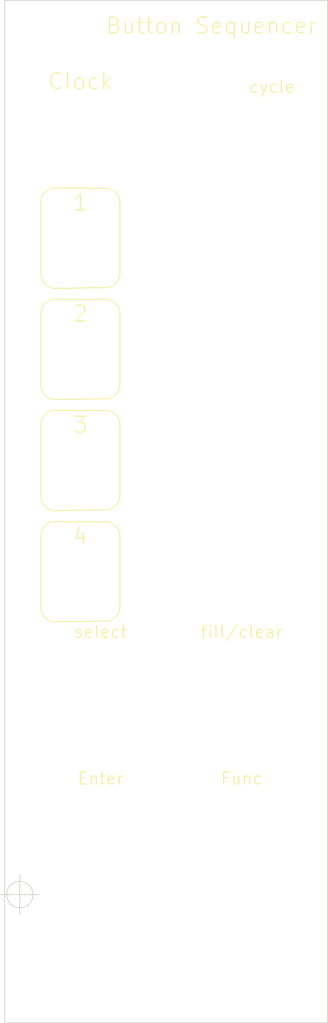
<source format=kicad_pcb>
(kicad_pcb (version 20171130) (host pcbnew "(5.1.8-0-10_14)")

  (general
    (thickness 1.6)
    (drawings 8)
    (tracks 0)
    (zones 0)
    (modules 21)
    (nets 1)
  )

  (page A4)
  (layers
    (0 F.Cu signal)
    (31 B.Cu signal)
    (32 B.Adhes user)
    (33 F.Adhes user)
    (34 B.Paste user)
    (35 F.Paste user)
    (36 B.SilkS user)
    (37 F.SilkS user)
    (38 B.Mask user)
    (39 F.Mask user)
    (40 Dwgs.User user)
    (41 Cmts.User user)
    (42 Eco1.User user)
    (43 Eco2.User user)
    (44 Edge.Cuts user)
    (45 Margin user)
    (46 B.CrtYd user)
    (47 F.CrtYd user)
    (48 B.Fab user)
    (49 F.Fab user)
  )

  (setup
    (last_trace_width 0.25)
    (user_trace_width 0.5)
    (user_trace_width 0.5)
    (user_trace_width 0.5)
    (trace_clearance 0.2)
    (zone_clearance 0.508)
    (zone_45_only no)
    (trace_min 0.2)
    (via_size 0.8)
    (via_drill 0.4)
    (via_min_size 0.4)
    (via_min_drill 0.3)
    (uvia_size 0.3)
    (uvia_drill 0.1)
    (uvias_allowed no)
    (uvia_min_size 0.2)
    (uvia_min_drill 0.1)
    (edge_width 0.1)
    (segment_width 0.2)
    (pcb_text_width 0.3)
    (pcb_text_size 1.5 1.5)
    (mod_edge_width 0.15)
    (mod_text_size 1 1)
    (mod_text_width 0.15)
    (pad_size 1.524 1.524)
    (pad_drill 0.762)
    (pad_to_mask_clearance 0)
    (aux_axis_origin 83.82 134.62)
    (grid_origin 83.82 134.62)
    (visible_elements FFFFFF7F)
    (pcbplotparams
      (layerselection 0x010fc_ffffffff)
      (usegerberextensions false)
      (usegerberattributes true)
      (usegerberadvancedattributes true)
      (creategerberjobfile true)
      (excludeedgelayer true)
      (linewidth 0.100000)
      (plotframeref false)
      (viasonmask false)
      (mode 1)
      (useauxorigin false)
      (hpglpennumber 1)
      (hpglpenspeed 20)
      (hpglpendiameter 15.000000)
      (psnegative false)
      (psa4output false)
      (plotreference true)
      (plotvalue true)
      (plotinvisibletext false)
      (padsonsilk false)
      (subtractmaskfromsilk false)
      (outputformat 1)
      (mirror false)
      (drillshape 1)
      (scaleselection 1)
      (outputdirectory ""))
  )

  (net 0 "")

  (net_class Default "これはデフォルトのネット クラスです。"
    (clearance 0.2)
    (trace_width 0.25)
    (via_dia 0.8)
    (via_drill 0.4)
    (uvia_dia 0.3)
    (uvia_drill 0.1)
  )

  (module MountingHole:MountingHole_4mm (layer F.Cu) (tedit 56D1B4CB) (tstamp 622BB017)
    (at 115.57 95.25)
    (descr "Mounting Hole 4mm, no annular")
    (tags "mounting hole 4mm no annular")
    (attr virtual)
    (fp_text reference REF** (at 0 -5) (layer F.SilkS) hide
      (effects (font (size 1 1) (thickness 0.15)))
    )
    (fp_text value MountingHole_4mm (at 0 5) (layer F.Fab) hide
      (effects (font (size 1 1) (thickness 0.15)))
    )
    (fp_circle (center 0 0) (end 4.25 0) (layer F.CrtYd) (width 0.05))
    (fp_circle (center 0 0) (end 4 0) (layer Cmts.User) (width 0.15))
    (fp_text user %R (at 0.3 0) (layer F.Fab) hide
      (effects (font (size 1 1) (thickness 0.15)))
    )
    (pad 1 np_thru_hole circle (at 0 0) (size 4 4) (drill 4) (layers *.Cu *.Mask))
  )

  (module MountingHole:MountingHole_4mm (layer F.Cu) (tedit 56D1B4CB) (tstamp 622BAFAD)
    (at 102.87 95.25)
    (descr "Mounting Hole 4mm, no annular")
    (tags "mounting hole 4mm no annular")
    (attr virtual)
    (fp_text reference REF** (at 0 -5) (layer F.SilkS) hide
      (effects (font (size 1 1) (thickness 0.15)))
    )
    (fp_text value MountingHole_4mm (at 0 5) (layer F.Fab) hide
      (effects (font (size 1 1) (thickness 0.15)))
    )
    (fp_circle (center 0 0) (end 4.25 0) (layer F.CrtYd) (width 0.05))
    (fp_circle (center 0 0) (end 4 0) (layer Cmts.User) (width 0.15))
    (fp_text user %R (at 0.3 0) (layer F.Fab) hide
      (effects (font (size 1 1) (thickness 0.15)))
    )
    (pad 1 np_thru_hole circle (at 0 0) (size 4 4) (drill 4) (layers *.Cu *.Mask))
  )

  (module MountingHole:MountingHole_4mm (layer F.Cu) (tedit 56D1B4CB) (tstamp 622BAF55)
    (at 115.57 81.28)
    (descr "Mounting Hole 4mm, no annular")
    (tags "mounting hole 4mm no annular")
    (attr virtual)
    (fp_text reference REF** (at 0 -5) (layer F.SilkS) hide
      (effects (font (size 1 1) (thickness 0.15)))
    )
    (fp_text value MountingHole_4mm (at 0 5) (layer F.Fab) hide
      (effects (font (size 1 1) (thickness 0.15)))
    )
    (fp_circle (center 0 0) (end 4.25 0) (layer F.CrtYd) (width 0.05))
    (fp_circle (center 0 0) (end 4 0) (layer Cmts.User) (width 0.15))
    (fp_text user %R (at 0.3 0) (layer F.Fab) hide
      (effects (font (size 1 1) (thickness 0.15)))
    )
    (pad 1 np_thru_hole circle (at 0 0) (size 4 4) (drill 4) (layers *.Cu *.Mask))
  )

  (module MountingHole:MountingHole_4mm (layer F.Cu) (tedit 56D1B4CB) (tstamp 622BAED0)
    (at 102.87 81.28)
    (descr "Mounting Hole 4mm, no annular")
    (tags "mounting hole 4mm no annular")
    (attr virtual)
    (fp_text reference REF** (at 0 -5) (layer F.SilkS) hide
      (effects (font (size 1 1) (thickness 0.15)))
    )
    (fp_text value MountingHole_4mm (at 0 5) (layer F.Fab) hide
      (effects (font (size 1 1) (thickness 0.15)))
    )
    (fp_circle (center 0 0) (end 4.25 0) (layer F.CrtYd) (width 0.05))
    (fp_circle (center 0 0) (end 4 0) (layer Cmts.User) (width 0.15))
    (fp_text user %R (at 0.3 0) (layer F.Fab) hide
      (effects (font (size 1 1) (thickness 0.15)))
    )
    (pad 1 np_thru_hole circle (at 0 0) (size 4 4) (drill 4) (layers *.Cu *.Mask))
  )

  (module MountingHole:MountingHole_4mm (layer F.Cu) (tedit 56D1B4CB) (tstamp 622BAE66)
    (at 115.57 67.31)
    (descr "Mounting Hole 4mm, no annular")
    (tags "mounting hole 4mm no annular")
    (attr virtual)
    (fp_text reference REF** (at 0 -5) (layer F.SilkS) hide
      (effects (font (size 1 1) (thickness 0.15)))
    )
    (fp_text value MountingHole_4mm (at 0 5) (layer F.Fab) hide
      (effects (font (size 1 1) (thickness 0.15)))
    )
    (fp_circle (center 0 0) (end 4.25 0) (layer F.CrtYd) (width 0.05))
    (fp_circle (center 0 0) (end 4 0) (layer Cmts.User) (width 0.15))
    (fp_text user %R (at 0.3 0) (layer F.Fab) hide
      (effects (font (size 1 1) (thickness 0.15)))
    )
    (pad 1 np_thru_hole circle (at 0 0) (size 4 4) (drill 4) (layers *.Cu *.Mask))
  )

  (module MountingHole:MountingHole_4mm (layer F.Cu) (tedit 56D1B4CB) (tstamp 622BADFC)
    (at 102.87 67.31)
    (descr "Mounting Hole 4mm, no annular")
    (tags "mounting hole 4mm no annular")
    (attr virtual)
    (fp_text reference REF** (at 0 -5) (layer F.SilkS) hide
      (effects (font (size 1 1) (thickness 0.15)))
    )
    (fp_text value MountingHole_4mm (at 0 5) (layer F.Fab) hide
      (effects (font (size 1 1) (thickness 0.15)))
    )
    (fp_circle (center 0 0) (end 4.25 0) (layer F.CrtYd) (width 0.05))
    (fp_circle (center 0 0) (end 4 0) (layer Cmts.User) (width 0.15))
    (fp_text user %R (at 0.3 0) (layer F.Fab) hide
      (effects (font (size 1 1) (thickness 0.15)))
    )
    (pad 1 np_thru_hole circle (at 0 0) (size 4 4) (drill 4) (layers *.Cu *.Mask))
  )

  (module MountingHole:MountingHole_4mm (layer F.Cu) (tedit 56D1B4CB) (tstamp 622BAD92)
    (at 115.57 53.34)
    (descr "Mounting Hole 4mm, no annular")
    (tags "mounting hole 4mm no annular")
    (attr virtual)
    (fp_text reference REF** (at 0 -5) (layer F.SilkS) hide
      (effects (font (size 1 1) (thickness 0.15)))
    )
    (fp_text value MountingHole_4mm (at 0 5) (layer F.Fab) hide
      (effects (font (size 1 1) (thickness 0.15)))
    )
    (fp_circle (center 0 0) (end 4.25 0) (layer F.CrtYd) (width 0.05))
    (fp_circle (center 0 0) (end 4 0) (layer Cmts.User) (width 0.15))
    (fp_text user %R (at 0.3 0) (layer F.Fab) hide
      (effects (font (size 1 1) (thickness 0.15)))
    )
    (pad 1 np_thru_hole circle (at 0 0) (size 4 4) (drill 4) (layers *.Cu *.Mask))
  )

  (module MountingHole:MountingHole_4mm (layer F.Cu) (tedit 56D1B4CB) (tstamp 622BAD0D)
    (at 102.87 53.34)
    (descr "Mounting Hole 4mm, no annular")
    (tags "mounting hole 4mm no annular")
    (attr virtual)
    (fp_text reference REF** (at 0 -5) (layer F.SilkS) hide
      (effects (font (size 1 1) (thickness 0.15)))
    )
    (fp_text value MountingHole_4mm (at 0 5) (layer F.Fab) hide
      (effects (font (size 1 1) (thickness 0.15)))
    )
    (fp_circle (center 0 0) (end 4.25 0) (layer F.CrtYd) (width 0.05))
    (fp_circle (center 0 0) (end 4 0) (layer Cmts.User) (width 0.15))
    (fp_text user %R (at 0.3 0) (layer F.Fab) hide
      (effects (font (size 1 1) (thickness 0.15)))
    )
    (pad 1 np_thru_hole circle (at 0 0) (size 4 4) (drill 4) (layers *.Cu *.Mask))
  )

  (module MountingHole:MountingHole_4mm (layer F.Cu) (tedit 56D1B4CB) (tstamp 622BACA3)
    (at 115.57 38.1)
    (descr "Mounting Hole 4mm, no annular")
    (tags "mounting hole 4mm no annular")
    (attr virtual)
    (fp_text reference cycle (at 0 -5) (layer F.SilkS)
      (effects (font (size 1.5 1.5) (thickness 0.15)))
    )
    (fp_text value MountingHole_4mm (at 0 5) (layer F.Fab) hide
      (effects (font (size 1 1) (thickness 0.15)))
    )
    (fp_circle (center 0 0) (end 4.25 0) (layer F.CrtYd) (width 0.05))
    (fp_circle (center 0 0) (end 4 0) (layer Cmts.User) (width 0.15))
    (fp_text user %R (at 0.3 0) (layer F.Fab) hide
      (effects (font (size 1 1) (thickness 0.15)))
    )
    (pad 1 np_thru_hole circle (at 0 0) (size 4 4) (drill 4) (layers *.Cu *.Mask))
  )

  (module MountingHole:MountingHole_4mm (layer F.Cu) (tedit 56D1B4CB) (tstamp 622BABED)
    (at 102.87 38.1)
    (descr "Mounting Hole 4mm, no annular")
    (tags "mounting hole 4mm no annular")
    (attr virtual)
    (fp_text reference REF** (at 0 -5) (layer F.SilkS) hide
      (effects (font (size 1 1) (thickness 0.15)))
    )
    (fp_text value MountingHole_4mm (at 0 5) (layer F.Fab) hide
      (effects (font (size 1 1) (thickness 0.15)))
    )
    (fp_circle (center 0 0) (end 4.25 0) (layer F.CrtYd) (width 0.05))
    (fp_circle (center 0 0) (end 4 0) (layer Cmts.User) (width 0.15))
    (fp_text user %R (at 0.3 0) (layer F.Fab) hide
      (effects (font (size 1 1) (thickness 0.15)))
    )
    (pad 1 np_thru_hole circle (at 0 0) (size 4 4) (drill 4) (layers *.Cu *.Mask))
  )

  (module Attenuverter:annotation_5.9mm_button (layer F.Cu) (tedit 622AA7A9) (tstamp 622BAAA7)
    (at 111.76 127)
    (fp_text reference Func (at 0 -6.985) (layer F.SilkS)
      (effects (font (size 1.5 1.5) (thickness 0.15)))
    )
    (fp_text value annotation_5.9mm_button (at 0 6.985) (layer F.Fab) hide
      (effects (font (size 1 1) (thickness 0.15)))
    )
    (fp_circle (center 0 0) (end 5.7 0) (layer Dwgs.User) (width 0.12))
    (pad "" np_thru_hole circle (at 0 0) (size 5.9 5.9) (drill 5.9) (layers *.Cu *.Mask))
  )

  (module Attenuverter:annotation_5.9mm_button (layer F.Cu) (tedit 622AA7A9) (tstamp 622BAA7E)
    (at 111.76 110.49)
    (fp_text reference fill/clear (at 0 -8.89) (layer F.SilkS)
      (effects (font (size 1.5 1.5) (thickness 0.15)))
    )
    (fp_text value annotation_5.9mm_button (at 0 6.985) (layer F.Fab) hide
      (effects (font (size 1 1) (thickness 0.15)))
    )
    (fp_circle (center 0 0) (end 5.7 0) (layer Dwgs.User) (width 0.12))
    (pad "" np_thru_hole circle (at 0 0) (size 5.9 5.9) (drill 5.9) (layers *.Cu *.Mask))
  )

  (module Attenuverter:annotation_3.5mm_jack_in (layer F.Cu) (tedit 6226F220) (tstamp 622BAA44)
    (at 91.44 38.1)
    (fp_text reference Clock (at 0 -5.715) (layer F.SilkS)
      (effects (font (size 2 2) (thickness 0.15)))
    )
    (fp_text value annotation_3.5mm_jack_in (at 0 6.35) (layer F.Fab) hide
      (effects (font (size 1 1) (thickness 0.15)))
    )
    (fp_circle (center 0 0) (end 4 0) (layer Dwgs.User) (width 0.12))
    (fp_text user %R (at 0.3 0) (layer F.Fab) hide
      (effects (font (size 1 1) (thickness 0.15)))
    )
    (pad 1 np_thru_hole circle (at 0 0) (size 6 6) (drill 6) (layers *.Cu *.Mask))
  )

  (module MountingHole:MountingHole_3.2mm_M3 (layer F.Cu) (tedit 56D1B4CB) (tstamp 622B49B2)
    (at 117.475 146.685)
    (descr "Mounting Hole 3.2mm, no annular, M3")
    (tags "mounting hole 3.2mm no annular m3")
    (attr virtual)
    (fp_text reference REF** (at 0 -4.2) (layer F.SilkS) hide
      (effects (font (size 1 1) (thickness 0.15)))
    )
    (fp_text value MountingHole_3.2mm_M3 (at 0 4.2) (layer F.Fab) hide
      (effects (font (size 1 1) (thickness 0.15)))
    )
    (fp_circle (center 0 0) (end 3.45 0) (layer F.CrtYd) (width 0.05))
    (fp_circle (center 0 0) (end 3.2 0) (layer Cmts.User) (width 0.15))
    (fp_text user %R (at 4.12 0.54) (layer F.Fab) hide
      (effects (font (size 1 1) (thickness 0.15)))
    )
    (pad 1 np_thru_hole circle (at 0 0) (size 3.2 3.2) (drill 3.2) (layers *.Cu *.Mask))
  )

  (module MountingHole:MountingHole_3.2mm_M3 (layer F.Cu) (tedit 56D1B4CB) (tstamp 622B49A5)
    (at 86.995 26.035)
    (descr "Mounting Hole 3.2mm, no annular, M3")
    (tags "mounting hole 3.2mm no annular m3")
    (attr virtual)
    (fp_text reference REF** (at 0 -4.2) (layer F.SilkS) hide
      (effects (font (size 1 1) (thickness 0.15)))
    )
    (fp_text value MountingHole_3.2mm_M3 (at 0 4.2) (layer F.Fab) hide
      (effects (font (size 1 1) (thickness 0.15)))
    )
    (fp_circle (center 0 0) (end 3.45 0) (layer F.CrtYd) (width 0.05))
    (fp_circle (center 0 0) (end 3.2 0) (layer Cmts.User) (width 0.15))
    (fp_text user %R (at 1.27 -0.31) (layer F.Fab) hide
      (effects (font (size 1 1) (thickness 0.15)))
    )
    (pad 1 np_thru_hole circle (at 0 0) (size 3.2 3.2) (drill 3.2) (layers *.Cu *.Mask))
  )

  (module Attenuverter:annotation_5.9mm_button (layer F.Cu) (tedit 622AA7A9) (tstamp 622BB0C7)
    (at 93.98 127)
    (fp_text reference Enter (at 0 -6.985) (layer F.SilkS)
      (effects (font (size 1.5 1.5) (thickness 0.15)))
    )
    (fp_text value annotation_5.9mm_button (at 0 6.985) (layer F.Fab) hide
      (effects (font (size 1 1) (thickness 0.15)))
    )
    (fp_circle (center 0 0) (end 5.7 0) (layer Dwgs.User) (width 0.12))
    (pad "" np_thru_hole circle (at 0 0) (size 5.9 5.9) (drill 5.9) (layers *.Cu *.Mask))
  )

  (module Attenuverter:annotation_6.8mm (layer F.Cu) (tedit 622AA4F6) (tstamp 622BB094)
    (at 93.98 110.49)
    (fp_text reference select (at 0 -8.89) (layer F.SilkS)
      (effects (font (size 1.5 1.5) (thickness 0.15)))
    )
    (fp_text value annotation_6.8mm (at 0 8.89) (layer F.Fab) hide
      (effects (font (size 1 1) (thickness 0.15)))
    )
    (fp_circle (center 0 0) (end 7.75 0) (layer Dwgs.User) (width 0.12))
    (pad "" np_thru_hole circle (at 0 0) (size 6.8 6.8) (drill 6.8) (layers *.Cu *.Mask))
  )

  (module Attenuverter:annotation_3.5mm_jack_out (layer F.Cu) (tedit 62258355) (tstamp 622BAFE6)
    (at 91.44 95.25)
    (fp_text reference 4 (at 0 -5.715) (layer F.SilkS)
      (effects (font (size 2 2) (thickness 0.15)))
    )
    (fp_text value annotation_3.5mm_jack_out (at 0 6.35) (layer F.Fab) hide
      (effects (font (size 1 1) (thickness 0.15)))
    )
    (fp_circle (center 0 0) (end 4 0) (layer Dwgs.User) (width 0.12))
    (fp_line (start -3.185 -7.525) (end 3.165 -7.505) (layer F.SilkS) (width 0.12))
    (fp_line (start 4.975 -5.715) (end 4.975 3.175) (layer F.SilkS) (width 0.12))
    (fp_line (start 3.185 4.985) (end -3.165 5.08) (layer F.SilkS) (width 0.12))
    (fp_line (start -4.975 3.29) (end -4.975 -5.715) (layer F.SilkS) (width 0.12))
    (fp_text user %R (at 0.3 0) (layer F.Fab) hide
      (effects (font (size 1 1) (thickness 0.15)))
    )
    (fp_arc (start 3.175 3.185) (end 3.185 4.985) (angle -90) (layer F.SilkS) (width 0.12))
    (fp_arc (start 3.175 -5.705) (end 4.975 -5.715) (angle -90) (layer F.SilkS) (width 0.12))
    (fp_arc (start -3.175 -5.725) (end -3.185 -7.525) (angle -90) (layer F.SilkS) (width 0.12))
    (fp_arc (start -3.175 3.28) (end -4.975 3.29) (angle -90) (layer F.SilkS) (width 0.12))
    (pad 1 np_thru_hole circle (at 0 0) (size 6 6) (drill 6) (layers *.Cu *.Mask))
  )

  (module Attenuverter:annotation_3.5mm_jack_out (layer F.Cu) (tedit 62258355) (tstamp 622BAFE6)
    (at 91.44 81.28)
    (fp_text reference 3 (at 0 -5.715) (layer F.SilkS)
      (effects (font (size 2 2) (thickness 0.15)))
    )
    (fp_text value annotation_3.5mm_jack_out (at 0 6.35) (layer F.Fab) hide
      (effects (font (size 1 1) (thickness 0.15)))
    )
    (fp_circle (center 0 0) (end 4 0) (layer Dwgs.User) (width 0.12))
    (fp_line (start -3.185 -7.525) (end 3.165 -7.505) (layer F.SilkS) (width 0.12))
    (fp_line (start 4.975 -5.715) (end 4.975 3.175) (layer F.SilkS) (width 0.12))
    (fp_line (start 3.185 4.985) (end -3.165 5.08) (layer F.SilkS) (width 0.12))
    (fp_line (start -4.975 3.29) (end -4.975 -5.715) (layer F.SilkS) (width 0.12))
    (fp_text user %R (at 0.3 0) (layer F.Fab) hide
      (effects (font (size 1 1) (thickness 0.15)))
    )
    (fp_arc (start 3.175 3.185) (end 3.185 4.985) (angle -90) (layer F.SilkS) (width 0.12))
    (fp_arc (start 3.175 -5.705) (end 4.975 -5.715) (angle -90) (layer F.SilkS) (width 0.12))
    (fp_arc (start -3.175 -5.725) (end -3.185 -7.525) (angle -90) (layer F.SilkS) (width 0.12))
    (fp_arc (start -3.175 3.28) (end -4.975 3.29) (angle -90) (layer F.SilkS) (width 0.12))
    (pad 1 np_thru_hole circle (at 0 0) (size 6 6) (drill 6) (layers *.Cu *.Mask))
  )

  (module Attenuverter:annotation_3.5mm_jack_out (layer F.Cu) (tedit 62258355) (tstamp 622BAD57)
    (at 91.44 53.34)
    (fp_text reference 1 (at 0 -5.715) (layer F.SilkS)
      (effects (font (size 2 2) (thickness 0.15)))
    )
    (fp_text value annotation_3.5mm_jack_out (at 0 6.35) (layer F.Fab) hide
      (effects (font (size 1 1) (thickness 0.15)))
    )
    (fp_circle (center 0 0) (end 4 0) (layer Dwgs.User) (width 0.12))
    (fp_line (start -3.185 -7.525) (end 3.165 -7.505) (layer F.SilkS) (width 0.12))
    (fp_line (start 4.975 -5.715) (end 4.975 3.175) (layer F.SilkS) (width 0.12))
    (fp_line (start 3.185 4.985) (end -3.165 5.08) (layer F.SilkS) (width 0.12))
    (fp_line (start -4.975 3.29) (end -4.975 -5.715) (layer F.SilkS) (width 0.12))
    (fp_arc (start -3.175 3.28) (end -4.975 3.29) (angle -90) (layer F.SilkS) (width 0.12))
    (fp_arc (start -3.175 -5.725) (end -3.185 -7.525) (angle -90) (layer F.SilkS) (width 0.12))
    (fp_arc (start 3.175 -5.705) (end 4.975 -5.715) (angle -90) (layer F.SilkS) (width 0.12))
    (fp_arc (start 3.175 3.185) (end 3.185 4.985) (angle -90) (layer F.SilkS) (width 0.12))
    (fp_text user %R (at 0.3 0) (layer F.Fab) hide
      (effects (font (size 1 1) (thickness 0.15)))
    )
    (pad 1 np_thru_hole circle (at 0 0) (size 6 6) (drill 6) (layers *.Cu *.Mask))
  )

  (module Attenuverter:annotation_3.5mm_jack_out (layer F.Cu) (tedit 62258355) (tstamp 622BAEEB)
    (at 91.44 67.31)
    (fp_text reference 2 (at 0 -5.715) (layer F.SilkS)
      (effects (font (size 2 2) (thickness 0.15)))
    )
    (fp_text value annotation_3.5mm_jack_out (at 0 6.35) (layer F.Fab) hide
      (effects (font (size 1 1) (thickness 0.15)))
    )
    (fp_circle (center 0 0) (end 4 0) (layer Dwgs.User) (width 0.12))
    (fp_line (start -3.185 -7.525) (end 3.165 -7.505) (layer F.SilkS) (width 0.12))
    (fp_line (start 4.975 -5.715) (end 4.975 3.175) (layer F.SilkS) (width 0.12))
    (fp_line (start 3.185 4.985) (end -3.165 5.08) (layer F.SilkS) (width 0.12))
    (fp_line (start -4.975 3.29) (end -4.975 -5.715) (layer F.SilkS) (width 0.12))
    (fp_arc (start -3.175 3.28) (end -4.975 3.29) (angle -90) (layer F.SilkS) (width 0.12))
    (fp_arc (start -3.175 -5.725) (end -3.185 -7.525) (angle -90) (layer F.SilkS) (width 0.12))
    (fp_arc (start 3.175 -5.705) (end 4.975 -5.715) (angle -90) (layer F.SilkS) (width 0.12))
    (fp_arc (start 3.175 3.185) (end 3.185 4.985) (angle -90) (layer F.SilkS) (width 0.12))
    (fp_text user %R (at 0.3 0) (layer F.Fab) hide
      (effects (font (size 1 1) (thickness 0.15)))
    )
    (pad 1 np_thru_hole circle (at 0 0) (size 6 6) (drill 6) (layers *.Cu *.Mask))
  )

  (gr_text "Button Sequencer" (at 107.95 25.4) (layer F.SilkS)
    (effects (font (size 2 2) (thickness 0.15)))
  )
  (gr_line (start 81.915 141.475) (end 122.555 141.475) (layer Dwgs.User) (width 0.15) (tstamp 622B49B1))
  (gr_line (start 81.915 22.225) (end 81.915 150.725) (layer Edge.Cuts) (width 0.1) (tstamp 622B49B0))
  (gr_line (start 81.915 22.225) (end 122.555 22.225) (layer Edge.Cuts) (width 0.1) (tstamp 622B49AF))
  (gr_line (start 122.555 22.225) (end 122.555 150.725) (layer Edge.Cuts) (width 0.1) (tstamp 622B49AE))
  (gr_line (start 81.915 150.725) (end 122.555 150.725) (layer Edge.Cuts) (width 0.1) (tstamp 622B49AD))
  (gr_line (start 81.915 31.475) (end 122.555 31.475) (layer Dwgs.User) (width 0.15) (tstamp 622B49AC))
  (target plus (at 83.82 134.62) (size 5) (width 0.1) (layer Edge.Cuts))

)

</source>
